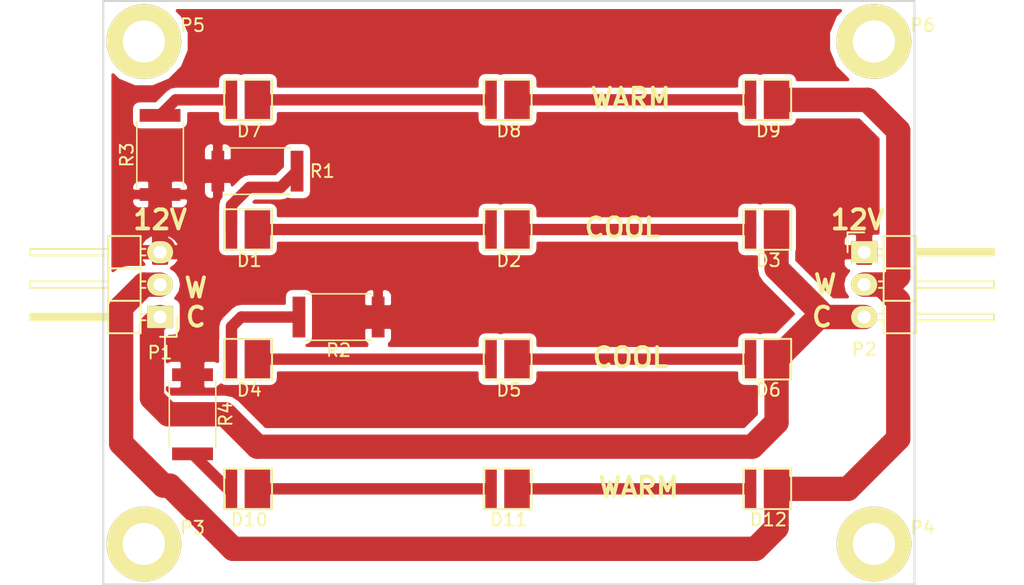
<source format=kicad_pcb>
(kicad_pcb (version 4) (host pcbnew 4.0.6+dfsg1-1)

  (general
    (links 23)
    (no_connects 0)
    (area 130.099999 76.759999 193.750001 122.630001)
    (thickness 1.6)
    (drawings 14)
    (tracks 54)
    (zones 0)
    (modules 22)
    (nets 16)
  )

  (page A4)
  (layers
    (0 F.Cu signal)
    (31 B.Cu signal)
    (32 B.Adhes user)
    (33 F.Adhes user)
    (34 B.Paste user)
    (35 F.Paste user)
    (36 B.SilkS user)
    (37 F.SilkS user)
    (38 B.Mask user)
    (39 F.Mask user)
    (40 Dwgs.User user)
    (41 Cmts.User user)
    (42 Eco1.User user)
    (43 Eco2.User user)
    (44 Edge.Cuts user)
    (45 Margin user)
    (46 B.CrtYd user)
    (47 F.CrtYd user)
    (48 B.Fab user)
    (49 F.Fab user)
  )

  (setup
    (last_trace_width 1.905)
    (user_trace_width 1.905)
    (trace_clearance 0.254)
    (zone_clearance 0.508)
    (zone_45_only no)
    (trace_min 0.2)
    (segment_width 0.2)
    (edge_width 0.15)
    (via_size 0.6)
    (via_drill 0.4)
    (via_min_size 0.4)
    (via_min_drill 0.3)
    (uvia_size 0.3)
    (uvia_drill 0.1)
    (uvias_allowed no)
    (uvia_min_size 0)
    (uvia_min_drill 0)
    (pcb_text_width 0.3)
    (pcb_text_size 1.5 1.5)
    (mod_edge_width 0.15)
    (mod_text_size 1 1)
    (mod_text_width 0.15)
    (pad_size 5.842 5.842)
    (pad_drill 3.3)
    (pad_to_mask_clearance 0.2)
    (aux_axis_origin 0 0)
    (visible_elements FFFFFF7F)
    (pcbplotparams
      (layerselection 0x010f0_80000001)
      (usegerberextensions false)
      (excludeedgelayer true)
      (linewidth 0.100000)
      (plotframeref false)
      (viasonmask false)
      (mode 1)
      (useauxorigin false)
      (hpglpennumber 1)
      (hpglpenspeed 20)
      (hpglpendiameter 15)
      (hpglpenoverlay 2)
      (psnegative false)
      (psa4output false)
      (plotreference true)
      (plotvalue true)
      (plotinvisibletext false)
      (padsonsilk false)
      (subtractmaskfromsilk false)
      (outputformat 1)
      (mirror false)
      (drillshape 0)
      (scaleselection 1)
      (outputdirectory fab/))
  )

  (net 0 "")
  (net 1 "Net-(D1-Pad2)")
  (net 2 "Net-(D1-Pad1)")
  (net 3 "Net-(D2-Pad1)")
  (net 4 "Net-(D3-Pad1)")
  (net 5 "Net-(D4-Pad2)")
  (net 6 "Net-(D4-Pad1)")
  (net 7 "Net-(D5-Pad1)")
  (net 8 "Net-(D7-Pad2)")
  (net 9 "Net-(D7-Pad1)")
  (net 10 "Net-(D8-Pad1)")
  (net 11 "Net-(D12-Pad1)")
  (net 12 "Net-(D10-Pad2)")
  (net 13 "Net-(D10-Pad1)")
  (net 14 "Net-(D11-Pad1)")
  (net 15 +12V)

  (net_class Default "This is the default net class."
    (clearance 0.254)
    (trace_width 0.254)
    (via_dia 0.6)
    (via_drill 0.4)
    (uvia_dia 0.3)
    (uvia_drill 0.1)
  )

  (net_class Fat ""
    (clearance 0.254)
    (trace_width 0.889)
    (via_dia 1.905)
    (via_drill 1.27)
    (uvia_dia 0.3)
    (uvia_drill 0.1)
    (add_net +12V)
    (add_net "Net-(D1-Pad1)")
    (add_net "Net-(D1-Pad2)")
    (add_net "Net-(D10-Pad1)")
    (add_net "Net-(D10-Pad2)")
    (add_net "Net-(D11-Pad1)")
    (add_net "Net-(D12-Pad1)")
    (add_net "Net-(D2-Pad1)")
    (add_net "Net-(D3-Pad1)")
    (add_net "Net-(D4-Pad1)")
    (add_net "Net-(D4-Pad2)")
    (add_net "Net-(D5-Pad1)")
    (add_net "Net-(D7-Pad1)")
    (add_net "Net-(D7-Pad2)")
    (add_net "Net-(D8-Pad1)")
  )

  (module Resistors_SMD:R_2512 (layer F.Cu) (tedit 58E0A804) (tstamp 59DAB46F)
    (at 134.62 88.9 90)
    (descr "Resistor SMD 2512, reflow soldering, Vishay (see dcrcw.pdf)")
    (tags "resistor 2512")
    (path /56B122DB)
    (attr smd)
    (fp_text reference R3 (at 0 -2.6 90) (layer F.SilkS)
      (effects (font (size 1 1) (thickness 0.15)))
    )
    (fp_text value 8.2R (at 0 2.75 90) (layer F.Fab)
      (effects (font (size 1 1) (thickness 0.15)))
    )
    (fp_text user %R (at 0 0 90) (layer F.Fab)
      (effects (font (size 1 1) (thickness 0.15)))
    )
    (fp_line (start -3.15 1.6) (end -3.15 -1.6) (layer F.Fab) (width 0.1))
    (fp_line (start 3.15 1.6) (end -3.15 1.6) (layer F.Fab) (width 0.1))
    (fp_line (start 3.15 -1.6) (end 3.15 1.6) (layer F.Fab) (width 0.1))
    (fp_line (start -3.15 -1.6) (end 3.15 -1.6) (layer F.Fab) (width 0.1))
    (fp_line (start 2.6 1.82) (end -2.6 1.82) (layer F.SilkS) (width 0.12))
    (fp_line (start -2.6 -1.82) (end 2.6 -1.82) (layer F.SilkS) (width 0.12))
    (fp_line (start -3.85 -1.85) (end 3.85 -1.85) (layer F.CrtYd) (width 0.05))
    (fp_line (start -3.85 -1.85) (end -3.85 1.85) (layer F.CrtYd) (width 0.05))
    (fp_line (start 3.85 1.85) (end 3.85 -1.85) (layer F.CrtYd) (width 0.05))
    (fp_line (start 3.85 1.85) (end -3.85 1.85) (layer F.CrtYd) (width 0.05))
    (pad 1 smd rect (at -3.1 0 90) (size 1 3.2) (layers F.Cu F.Paste F.Mask)
      (net 15 +12V))
    (pad 2 smd rect (at 3.1 0 90) (size 1 3.2) (layers F.Cu F.Paste F.Mask)
      (net 8 "Net-(D7-Pad2)"))
    (model ${KISYS3DMOD}/Resistors_SMD.3dshapes/R_2512.wrl
      (at (xyz 0 0 0))
      (scale (xyz 1 1 1))
      (rotate (xyz 0 0 0))
    )
  )

  (module Pin_Headers:Pin_Header_Angled_1x03 (layer F.Cu) (tedit 59DADF6C) (tstamp 56B11FFD)
    (at 134.62 101.6 180)
    (descr "Through hole pin header")
    (tags "pin header")
    (path /56B1263F)
    (fp_text reference P1 (at 0 -2.794 180) (layer F.SilkS)
      (effects (font (size 1 1) (thickness 0.15)))
    )
    (fp_text value CONN_01X03 (at 11.684 2.286 450) (layer F.Fab)
      (effects (font (size 1 1) (thickness 0.15)))
    )
    (fp_line (start -1.5 -1.75) (end -1.5 6.85) (layer F.CrtYd) (width 0.05))
    (fp_line (start 10.65 -1.75) (end 10.65 6.85) (layer F.CrtYd) (width 0.05))
    (fp_line (start -1.5 -1.75) (end 10.65 -1.75) (layer F.CrtYd) (width 0.05))
    (fp_line (start -1.5 6.85) (end 10.65 6.85) (layer F.CrtYd) (width 0.05))
    (fp_line (start -1.3 -1.55) (end -1.3 0) (layer F.SilkS) (width 0.15))
    (fp_line (start 0 -1.55) (end -1.3 -1.55) (layer F.SilkS) (width 0.15))
    (fp_line (start 4.191 -0.127) (end 10.033 -0.127) (layer F.SilkS) (width 0.15))
    (fp_line (start 10.033 -0.127) (end 10.033 0.127) (layer F.SilkS) (width 0.15))
    (fp_line (start 10.033 0.127) (end 4.191 0.127) (layer F.SilkS) (width 0.15))
    (fp_line (start 4.191 0.127) (end 4.191 0) (layer F.SilkS) (width 0.15))
    (fp_line (start 4.191 0) (end 10.033 0) (layer F.SilkS) (width 0.15))
    (fp_line (start 1.524 -0.254) (end 1.143 -0.254) (layer F.SilkS) (width 0.15))
    (fp_line (start 1.524 0.254) (end 1.143 0.254) (layer F.SilkS) (width 0.15))
    (fp_line (start 1.524 2.286) (end 1.143 2.286) (layer F.SilkS) (width 0.15))
    (fp_line (start 1.524 2.794) (end 1.143 2.794) (layer F.SilkS) (width 0.15))
    (fp_line (start 1.524 4.826) (end 1.143 4.826) (layer F.SilkS) (width 0.15))
    (fp_line (start 1.524 5.334) (end 1.143 5.334) (layer F.SilkS) (width 0.15))
    (fp_line (start 4.064 1.27) (end 4.064 -1.27) (layer F.SilkS) (width 0.15))
    (fp_line (start 10.16 0.254) (end 4.064 0.254) (layer F.SilkS) (width 0.15))
    (fp_line (start 10.16 -0.254) (end 10.16 0.254) (layer F.SilkS) (width 0.15))
    (fp_line (start 4.064 -0.254) (end 10.16 -0.254) (layer F.SilkS) (width 0.15))
    (fp_line (start 1.524 1.27) (end 4.064 1.27) (layer F.SilkS) (width 0.15))
    (fp_line (start 1.524 -1.27) (end 1.524 1.27) (layer F.SilkS) (width 0.15))
    (fp_line (start 1.524 -1.27) (end 4.064 -1.27) (layer F.SilkS) (width 0.15))
    (fp_line (start 1.524 3.81) (end 4.064 3.81) (layer F.SilkS) (width 0.15))
    (fp_line (start 1.524 3.81) (end 1.524 6.35) (layer F.SilkS) (width 0.15))
    (fp_line (start 4.064 4.826) (end 10.16 4.826) (layer F.SilkS) (width 0.15))
    (fp_line (start 10.16 4.826) (end 10.16 5.334) (layer F.SilkS) (width 0.15))
    (fp_line (start 10.16 5.334) (end 4.064 5.334) (layer F.SilkS) (width 0.15))
    (fp_line (start 4.064 6.35) (end 4.064 3.81) (layer F.SilkS) (width 0.15))
    (fp_line (start 4.064 3.81) (end 4.064 1.27) (layer F.SilkS) (width 0.15))
    (fp_line (start 10.16 2.794) (end 4.064 2.794) (layer F.SilkS) (width 0.15))
    (fp_line (start 10.16 2.286) (end 10.16 2.794) (layer F.SilkS) (width 0.15))
    (fp_line (start 4.064 2.286) (end 10.16 2.286) (layer F.SilkS) (width 0.15))
    (fp_line (start 1.524 3.81) (end 4.064 3.81) (layer F.SilkS) (width 0.15))
    (fp_line (start 1.524 1.27) (end 1.524 3.81) (layer F.SilkS) (width 0.15))
    (fp_line (start 1.524 1.27) (end 4.064 1.27) (layer F.SilkS) (width 0.15))
    (fp_line (start 1.524 6.35) (end 4.064 6.35) (layer F.SilkS) (width 0.15))
    (pad 1 thru_hole rect (at 0 0 180) (size 2.032 1.7272) (drill 1.016) (layers *.Cu *.Mask F.SilkS)
      (net 4 "Net-(D3-Pad1)"))
    (pad 2 thru_hole oval (at 0 2.54 180) (size 2.032 1.7272) (drill 1.016) (layers *.Cu *.Mask F.SilkS)
      (net 11 "Net-(D12-Pad1)"))
    (pad 3 thru_hole oval (at 0 5.08 180) (size 2.032 1.7272) (drill 1.016) (layers *.Cu *.Mask F.SilkS)
      (net 15 +12V))
    (model Pin_Headers.3dshapes/Pin_Header_Angled_1x03.wrl
      (at (xyz 0 -0.1 0))
      (scale (xyz 1 1 1))
      (rotate (xyz 0 0 90))
    )
  )

  (module Pin_Headers:Pin_Header_Angled_1x03 (layer F.Cu) (tedit 59DABCE8) (tstamp 56B12004)
    (at 189.738 96.52)
    (descr "Through hole pin header")
    (tags "pin header")
    (path /56B1230B)
    (fp_text reference P2 (at 0 7.62) (layer F.SilkS)
      (effects (font (size 1 1) (thickness 0.15)))
    )
    (fp_text value CONN_01X03 (at 11.684 2.794 90) (layer F.Fab)
      (effects (font (size 1 1) (thickness 0.15)))
    )
    (fp_line (start -1.5 -1.75) (end -1.5 6.85) (layer F.CrtYd) (width 0.05))
    (fp_line (start 10.65 -1.75) (end 10.65 6.85) (layer F.CrtYd) (width 0.05))
    (fp_line (start -1.5 -1.75) (end 10.65 -1.75) (layer F.CrtYd) (width 0.05))
    (fp_line (start -1.5 6.85) (end 10.65 6.85) (layer F.CrtYd) (width 0.05))
    (fp_line (start -1.3 -1.55) (end -1.3 0) (layer F.SilkS) (width 0.15))
    (fp_line (start 0 -1.55) (end -1.3 -1.55) (layer F.SilkS) (width 0.15))
    (fp_line (start 4.191 -0.127) (end 10.033 -0.127) (layer F.SilkS) (width 0.15))
    (fp_line (start 10.033 -0.127) (end 10.033 0.127) (layer F.SilkS) (width 0.15))
    (fp_line (start 10.033 0.127) (end 4.191 0.127) (layer F.SilkS) (width 0.15))
    (fp_line (start 4.191 0.127) (end 4.191 0) (layer F.SilkS) (width 0.15))
    (fp_line (start 4.191 0) (end 10.033 0) (layer F.SilkS) (width 0.15))
    (fp_line (start 1.524 -0.254) (end 1.143 -0.254) (layer F.SilkS) (width 0.15))
    (fp_line (start 1.524 0.254) (end 1.143 0.254) (layer F.SilkS) (width 0.15))
    (fp_line (start 1.524 2.286) (end 1.143 2.286) (layer F.SilkS) (width 0.15))
    (fp_line (start 1.524 2.794) (end 1.143 2.794) (layer F.SilkS) (width 0.15))
    (fp_line (start 1.524 4.826) (end 1.143 4.826) (layer F.SilkS) (width 0.15))
    (fp_line (start 1.524 5.334) (end 1.143 5.334) (layer F.SilkS) (width 0.15))
    (fp_line (start 4.064 1.27) (end 4.064 -1.27) (layer F.SilkS) (width 0.15))
    (fp_line (start 10.16 0.254) (end 4.064 0.254) (layer F.SilkS) (width 0.15))
    (fp_line (start 10.16 -0.254) (end 10.16 0.254) (layer F.SilkS) (width 0.15))
    (fp_line (start 4.064 -0.254) (end 10.16 -0.254) (layer F.SilkS) (width 0.15))
    (fp_line (start 1.524 1.27) (end 4.064 1.27) (layer F.SilkS) (width 0.15))
    (fp_line (start 1.524 -1.27) (end 1.524 1.27) (layer F.SilkS) (width 0.15))
    (fp_line (start 1.524 -1.27) (end 4.064 -1.27) (layer F.SilkS) (width 0.15))
    (fp_line (start 1.524 3.81) (end 4.064 3.81) (layer F.SilkS) (width 0.15))
    (fp_line (start 1.524 3.81) (end 1.524 6.35) (layer F.SilkS) (width 0.15))
    (fp_line (start 4.064 4.826) (end 10.16 4.826) (layer F.SilkS) (width 0.15))
    (fp_line (start 10.16 4.826) (end 10.16 5.334) (layer F.SilkS) (width 0.15))
    (fp_line (start 10.16 5.334) (end 4.064 5.334) (layer F.SilkS) (width 0.15))
    (fp_line (start 4.064 6.35) (end 4.064 3.81) (layer F.SilkS) (width 0.15))
    (fp_line (start 4.064 3.81) (end 4.064 1.27) (layer F.SilkS) (width 0.15))
    (fp_line (start 10.16 2.794) (end 4.064 2.794) (layer F.SilkS) (width 0.15))
    (fp_line (start 10.16 2.286) (end 10.16 2.794) (layer F.SilkS) (width 0.15))
    (fp_line (start 4.064 2.286) (end 10.16 2.286) (layer F.SilkS) (width 0.15))
    (fp_line (start 1.524 3.81) (end 4.064 3.81) (layer F.SilkS) (width 0.15))
    (fp_line (start 1.524 1.27) (end 1.524 3.81) (layer F.SilkS) (width 0.15))
    (fp_line (start 1.524 1.27) (end 4.064 1.27) (layer F.SilkS) (width 0.15))
    (fp_line (start 1.524 6.35) (end 4.064 6.35) (layer F.SilkS) (width 0.15))
    (pad 1 thru_hole rect (at 0 0) (size 2.032 1.7272) (drill 1.016) (layers *.Cu *.Mask F.SilkS)
      (net 15 +12V))
    (pad 2 thru_hole oval (at 0 2.54) (size 2.032 1.7272) (drill 1.016) (layers *.Cu *.Mask F.SilkS)
      (net 11 "Net-(D12-Pad1)"))
    (pad 3 thru_hole oval (at 0 5.08) (size 2.032 1.7272) (drill 1.016) (layers *.Cu *.Mask F.SilkS)
      (net 4 "Net-(D3-Pad1)"))
    (model Pin_Headers.3dshapes/Pin_Header_Angled_1x03.wrl
      (at (xyz 0 -0.1 0))
      (scale (xyz 1 1 1))
      (rotate (xyz 0 0 90))
    )
  )

  (module matthew:M3 (layer F.Cu) (tedit 59DD40EA) (tstamp 56B13130)
    (at 133.35 119.38)
    (path /56B13E36)
    (fp_text reference P3 (at 3.81 -1.27) (layer F.SilkS)
      (effects (font (size 1 1) (thickness 0.15)))
    )
    (fp_text value CONN_01X01 (at -2.54 -1.27) (layer F.Fab)
      (effects (font (size 1 1) (thickness 0.15)))
    )
    (pad "" thru_hole circle (at 0 0) (size 5.842 5.842) (drill 3.3) (layers *.Cu *.Mask F.SilkS))
  )

  (module matthew:M3 (layer F.Cu) (tedit 59DD40F5) (tstamp 56B13135)
    (at 190.5 119.38)
    (path /56B13E95)
    (fp_text reference P4 (at 3.81 -1.27) (layer F.SilkS)
      (effects (font (size 1 1) (thickness 0.15)))
    )
    (fp_text value CONN_01X01 (at -2.54 -1.27) (layer F.Fab)
      (effects (font (size 1 1) (thickness 0.15)))
    )
    (pad "" thru_hole circle (at 0 0) (size 5.842 5.842) (drill 3.3) (layers *.Cu *.Mask F.SilkS))
  )

  (module matthew:M3 (layer F.Cu) (tedit 59DD4101) (tstamp 56B1313A)
    (at 133.35 80.01)
    (path /56B13EE8)
    (fp_text reference P5 (at 3.81 -1.27) (layer F.SilkS)
      (effects (font (size 1 1) (thickness 0.15)))
    )
    (fp_text value CONN_01X01 (at -2.54 -1.27) (layer F.Fab)
      (effects (font (size 1 1) (thickness 0.15)))
    )
    (pad "" thru_hole circle (at 0 0) (size 5.842 5.842) (drill 3.3) (layers *.Cu *.Mask F.SilkS))
  )

  (module matthew:M3 (layer F.Cu) (tedit 59DD40FC) (tstamp 56B1313F)
    (at 190.5 80.01)
    (path /56B13F3E)
    (fp_text reference P6 (at 3.81 -1.27) (layer F.SilkS)
      (effects (font (size 1 1) (thickness 0.15)))
    )
    (fp_text value CONN_01X01 (at -2.54 -1.27) (layer F.Fab)
      (effects (font (size 1 1) (thickness 0.15)))
    )
    (pad "" thru_hole circle (at 0 0) (size 5.842 5.842) (drill 3.3) (layers *.Cu *.Mask F.SilkS))
  )

  (module matthew:LED3030 (layer F.Cu) (tedit 59DAB2C2) (tstamp 59DAB3D2)
    (at 143.51 96.52 180)
    (path /59DAB1B7)
    (fp_text reference D1 (at 1.905 -0.635 180) (layer F.SilkS)
      (effects (font (size 1 1) (thickness 0.15)))
    )
    (fp_text value LED (at 3.1115 4.191 180) (layer F.Fab)
      (effects (font (size 1 1) (thickness 0.15)))
    )
    (fp_line (start 0.1905 0.1905) (end 3.81 0.1905) (layer F.SilkS) (width 0.15))
    (fp_line (start 3.81 0.1905) (end 3.8735 0.1905) (layer F.SilkS) (width 0.15))
    (fp_line (start 3.8735 0.1905) (end 3.8735 3.3655) (layer F.SilkS) (width 0.15))
    (fp_line (start 3.8735 3.3655) (end 0.127 3.3655) (layer F.SilkS) (width 0.15))
    (fp_line (start 0.127 3.3655) (end 0.127 0.1905) (layer F.SilkS) (width 0.15))
    (pad 1 smd rect (at 1.27 1.778 180) (size 2 3) (layers F.Cu F.Paste F.Mask)
      (net 2 "Net-(D1-Pad1)"))
    (pad 2 smd rect (at 3.302 1.778 180) (size 0.9 3) (layers F.Cu F.Paste F.Mask)
      (net 1 "Net-(D1-Pad2)"))
  )

  (module matthew:LED3030 (layer F.Cu) (tedit 59DAB2C2) (tstamp 59DAB3DD)
    (at 163.83 96.52 180)
    (path /59DAB1BD)
    (fp_text reference D2 (at 1.905 -0.635 180) (layer F.SilkS)
      (effects (font (size 1 1) (thickness 0.15)))
    )
    (fp_text value LED (at 3.1115 4.191 180) (layer F.Fab)
      (effects (font (size 1 1) (thickness 0.15)))
    )
    (fp_line (start 0.1905 0.1905) (end 3.81 0.1905) (layer F.SilkS) (width 0.15))
    (fp_line (start 3.81 0.1905) (end 3.8735 0.1905) (layer F.SilkS) (width 0.15))
    (fp_line (start 3.8735 0.1905) (end 3.8735 3.3655) (layer F.SilkS) (width 0.15))
    (fp_line (start 3.8735 3.3655) (end 0.127 3.3655) (layer F.SilkS) (width 0.15))
    (fp_line (start 0.127 3.3655) (end 0.127 0.1905) (layer F.SilkS) (width 0.15))
    (pad 1 smd rect (at 1.27 1.778 180) (size 2 3) (layers F.Cu F.Paste F.Mask)
      (net 3 "Net-(D2-Pad1)"))
    (pad 2 smd rect (at 3.302 1.778 180) (size 0.9 3) (layers F.Cu F.Paste F.Mask)
      (net 2 "Net-(D1-Pad1)"))
  )

  (module matthew:LED3030 (layer F.Cu) (tedit 59DAB2C2) (tstamp 59DAB3E8)
    (at 184.15 96.52 180)
    (path /59DAB1C3)
    (fp_text reference D3 (at 1.905 -0.635 180) (layer F.SilkS)
      (effects (font (size 1 1) (thickness 0.15)))
    )
    (fp_text value LED (at 3.1115 4.191 180) (layer F.Fab)
      (effects (font (size 1 1) (thickness 0.15)))
    )
    (fp_line (start 0.1905 0.1905) (end 3.81 0.1905) (layer F.SilkS) (width 0.15))
    (fp_line (start 3.81 0.1905) (end 3.8735 0.1905) (layer F.SilkS) (width 0.15))
    (fp_line (start 3.8735 0.1905) (end 3.8735 3.3655) (layer F.SilkS) (width 0.15))
    (fp_line (start 3.8735 3.3655) (end 0.127 3.3655) (layer F.SilkS) (width 0.15))
    (fp_line (start 0.127 3.3655) (end 0.127 0.1905) (layer F.SilkS) (width 0.15))
    (pad 1 smd rect (at 1.27 1.778 180) (size 2 3) (layers F.Cu F.Paste F.Mask)
      (net 4 "Net-(D3-Pad1)"))
    (pad 2 smd rect (at 3.302 1.778 180) (size 0.9 3) (layers F.Cu F.Paste F.Mask)
      (net 3 "Net-(D2-Pad1)"))
  )

  (module matthew:LED3030 (layer F.Cu) (tedit 59DAB2C2) (tstamp 59DAB3F3)
    (at 143.51 106.68 180)
    (path /59DAB09F)
    (fp_text reference D4 (at 1.905 -0.635 180) (layer F.SilkS)
      (effects (font (size 1 1) (thickness 0.15)))
    )
    (fp_text value LED (at 3.1115 4.191 180) (layer F.Fab)
      (effects (font (size 1 1) (thickness 0.15)))
    )
    (fp_line (start 0.1905 0.1905) (end 3.81 0.1905) (layer F.SilkS) (width 0.15))
    (fp_line (start 3.81 0.1905) (end 3.8735 0.1905) (layer F.SilkS) (width 0.15))
    (fp_line (start 3.8735 0.1905) (end 3.8735 3.3655) (layer F.SilkS) (width 0.15))
    (fp_line (start 3.8735 3.3655) (end 0.127 3.3655) (layer F.SilkS) (width 0.15))
    (fp_line (start 0.127 3.3655) (end 0.127 0.1905) (layer F.SilkS) (width 0.15))
    (pad 1 smd rect (at 1.27 1.778 180) (size 2 3) (layers F.Cu F.Paste F.Mask)
      (net 6 "Net-(D4-Pad1)"))
    (pad 2 smd rect (at 3.302 1.778 180) (size 0.9 3) (layers F.Cu F.Paste F.Mask)
      (net 5 "Net-(D4-Pad2)"))
  )

  (module matthew:LED3030 (layer F.Cu) (tedit 59DAB2C2) (tstamp 59DAB3FE)
    (at 163.83 106.68 180)
    (path /59DAB0A5)
    (fp_text reference D5 (at 1.905 -0.635 180) (layer F.SilkS)
      (effects (font (size 1 1) (thickness 0.15)))
    )
    (fp_text value LED (at 3.1115 4.191 180) (layer F.Fab)
      (effects (font (size 1 1) (thickness 0.15)))
    )
    (fp_line (start 0.1905 0.1905) (end 3.81 0.1905) (layer F.SilkS) (width 0.15))
    (fp_line (start 3.81 0.1905) (end 3.8735 0.1905) (layer F.SilkS) (width 0.15))
    (fp_line (start 3.8735 0.1905) (end 3.8735 3.3655) (layer F.SilkS) (width 0.15))
    (fp_line (start 3.8735 3.3655) (end 0.127 3.3655) (layer F.SilkS) (width 0.15))
    (fp_line (start 0.127 3.3655) (end 0.127 0.1905) (layer F.SilkS) (width 0.15))
    (pad 1 smd rect (at 1.27 1.778 180) (size 2 3) (layers F.Cu F.Paste F.Mask)
      (net 7 "Net-(D5-Pad1)"))
    (pad 2 smd rect (at 3.302 1.778 180) (size 0.9 3) (layers F.Cu F.Paste F.Mask)
      (net 6 "Net-(D4-Pad1)"))
  )

  (module matthew:LED3030 (layer F.Cu) (tedit 59DAB2C2) (tstamp 59DAB409)
    (at 184.15 106.68 180)
    (path /59DAB0AB)
    (fp_text reference D6 (at 1.905 -0.635 180) (layer F.SilkS)
      (effects (font (size 1 1) (thickness 0.15)))
    )
    (fp_text value LED (at 3.1115 4.191 180) (layer F.Fab)
      (effects (font (size 1 1) (thickness 0.15)))
    )
    (fp_line (start 0.1905 0.1905) (end 3.81 0.1905) (layer F.SilkS) (width 0.15))
    (fp_line (start 3.81 0.1905) (end 3.8735 0.1905) (layer F.SilkS) (width 0.15))
    (fp_line (start 3.8735 0.1905) (end 3.8735 3.3655) (layer F.SilkS) (width 0.15))
    (fp_line (start 3.8735 3.3655) (end 0.127 3.3655) (layer F.SilkS) (width 0.15))
    (fp_line (start 0.127 3.3655) (end 0.127 0.1905) (layer F.SilkS) (width 0.15))
    (pad 1 smd rect (at 1.27 1.778 180) (size 2 3) (layers F.Cu F.Paste F.Mask)
      (net 4 "Net-(D3-Pad1)"))
    (pad 2 smd rect (at 3.302 1.778 180) (size 0.9 3) (layers F.Cu F.Paste F.Mask)
      (net 7 "Net-(D5-Pad1)"))
  )

  (module matthew:LED3030 (layer F.Cu) (tedit 59DAB2C2) (tstamp 59DAB414)
    (at 143.51 86.36 180)
    (path /59DAB01D)
    (fp_text reference D7 (at 1.905 -0.635 180) (layer F.SilkS)
      (effects (font (size 1 1) (thickness 0.15)))
    )
    (fp_text value LED (at 3.1115 4.191 180) (layer F.Fab)
      (effects (font (size 1 1) (thickness 0.15)))
    )
    (fp_line (start 0.1905 0.1905) (end 3.81 0.1905) (layer F.SilkS) (width 0.15))
    (fp_line (start 3.81 0.1905) (end 3.8735 0.1905) (layer F.SilkS) (width 0.15))
    (fp_line (start 3.8735 0.1905) (end 3.8735 3.3655) (layer F.SilkS) (width 0.15))
    (fp_line (start 3.8735 3.3655) (end 0.127 3.3655) (layer F.SilkS) (width 0.15))
    (fp_line (start 0.127 3.3655) (end 0.127 0.1905) (layer F.SilkS) (width 0.15))
    (pad 1 smd rect (at 1.27 1.778 180) (size 2 3) (layers F.Cu F.Paste F.Mask)
      (net 9 "Net-(D7-Pad1)"))
    (pad 2 smd rect (at 3.302 1.778 180) (size 0.9 3) (layers F.Cu F.Paste F.Mask)
      (net 8 "Net-(D7-Pad2)"))
  )

  (module matthew:LED3030 (layer F.Cu) (tedit 59DAB2C2) (tstamp 59DAB41F)
    (at 163.83 86.36 180)
    (path /59DAB023)
    (fp_text reference D8 (at 1.905 -0.635 180) (layer F.SilkS)
      (effects (font (size 1 1) (thickness 0.15)))
    )
    (fp_text value LED (at 3.1115 4.191 180) (layer F.Fab)
      (effects (font (size 1 1) (thickness 0.15)))
    )
    (fp_line (start 0.1905 0.1905) (end 3.81 0.1905) (layer F.SilkS) (width 0.15))
    (fp_line (start 3.81 0.1905) (end 3.8735 0.1905) (layer F.SilkS) (width 0.15))
    (fp_line (start 3.8735 0.1905) (end 3.8735 3.3655) (layer F.SilkS) (width 0.15))
    (fp_line (start 3.8735 3.3655) (end 0.127 3.3655) (layer F.SilkS) (width 0.15))
    (fp_line (start 0.127 3.3655) (end 0.127 0.1905) (layer F.SilkS) (width 0.15))
    (pad 1 smd rect (at 1.27 1.778 180) (size 2 3) (layers F.Cu F.Paste F.Mask)
      (net 10 "Net-(D8-Pad1)"))
    (pad 2 smd rect (at 3.302 1.778 180) (size 0.9 3) (layers F.Cu F.Paste F.Mask)
      (net 9 "Net-(D7-Pad1)"))
  )

  (module matthew:LED3030 (layer F.Cu) (tedit 59DAB2C2) (tstamp 59DAB42A)
    (at 184.15 86.36 180)
    (path /59DAB029)
    (fp_text reference D9 (at 1.905 -0.635 180) (layer F.SilkS)
      (effects (font (size 1 1) (thickness 0.15)))
    )
    (fp_text value LED (at 3.1115 4.191 180) (layer F.Fab)
      (effects (font (size 1 1) (thickness 0.15)))
    )
    (fp_line (start 0.1905 0.1905) (end 3.81 0.1905) (layer F.SilkS) (width 0.15))
    (fp_line (start 3.81 0.1905) (end 3.8735 0.1905) (layer F.SilkS) (width 0.15))
    (fp_line (start 3.8735 0.1905) (end 3.8735 3.3655) (layer F.SilkS) (width 0.15))
    (fp_line (start 3.8735 3.3655) (end 0.127 3.3655) (layer F.SilkS) (width 0.15))
    (fp_line (start 0.127 3.3655) (end 0.127 0.1905) (layer F.SilkS) (width 0.15))
    (pad 1 smd rect (at 1.27 1.778 180) (size 2 3) (layers F.Cu F.Paste F.Mask)
      (net 11 "Net-(D12-Pad1)"))
    (pad 2 smd rect (at 3.302 1.778 180) (size 0.9 3) (layers F.Cu F.Paste F.Mask)
      (net 10 "Net-(D8-Pad1)"))
  )

  (module matthew:LED3030 (layer F.Cu) (tedit 59DAB2C2) (tstamp 59DAB435)
    (at 143.51 116.84 180)
    (path /59DAABDE)
    (fp_text reference D10 (at 1.905 -0.635 180) (layer F.SilkS)
      (effects (font (size 1 1) (thickness 0.15)))
    )
    (fp_text value LED (at 3.1115 4.191 180) (layer F.Fab)
      (effects (font (size 1 1) (thickness 0.15)))
    )
    (fp_line (start 0.1905 0.1905) (end 3.81 0.1905) (layer F.SilkS) (width 0.15))
    (fp_line (start 3.81 0.1905) (end 3.8735 0.1905) (layer F.SilkS) (width 0.15))
    (fp_line (start 3.8735 0.1905) (end 3.8735 3.3655) (layer F.SilkS) (width 0.15))
    (fp_line (start 3.8735 3.3655) (end 0.127 3.3655) (layer F.SilkS) (width 0.15))
    (fp_line (start 0.127 3.3655) (end 0.127 0.1905) (layer F.SilkS) (width 0.15))
    (pad 1 smd rect (at 1.27 1.778 180) (size 2 3) (layers F.Cu F.Paste F.Mask)
      (net 13 "Net-(D10-Pad1)"))
    (pad 2 smd rect (at 3.302 1.778 180) (size 0.9 3) (layers F.Cu F.Paste F.Mask)
      (net 12 "Net-(D10-Pad2)"))
  )

  (module matthew:LED3030 (layer F.Cu) (tedit 59DAB2C2) (tstamp 59DAB440)
    (at 163.83 116.84 180)
    (path /59DAAE4F)
    (fp_text reference D11 (at 1.905 -0.635 180) (layer F.SilkS)
      (effects (font (size 1 1) (thickness 0.15)))
    )
    (fp_text value LED (at 3.1115 4.191 180) (layer F.Fab)
      (effects (font (size 1 1) (thickness 0.15)))
    )
    (fp_line (start 0.1905 0.1905) (end 3.81 0.1905) (layer F.SilkS) (width 0.15))
    (fp_line (start 3.81 0.1905) (end 3.8735 0.1905) (layer F.SilkS) (width 0.15))
    (fp_line (start 3.8735 0.1905) (end 3.8735 3.3655) (layer F.SilkS) (width 0.15))
    (fp_line (start 3.8735 3.3655) (end 0.127 3.3655) (layer F.SilkS) (width 0.15))
    (fp_line (start 0.127 3.3655) (end 0.127 0.1905) (layer F.SilkS) (width 0.15))
    (pad 1 smd rect (at 1.27 1.778 180) (size 2 3) (layers F.Cu F.Paste F.Mask)
      (net 14 "Net-(D11-Pad1)"))
    (pad 2 smd rect (at 3.302 1.778 180) (size 0.9 3) (layers F.Cu F.Paste F.Mask)
      (net 13 "Net-(D10-Pad1)"))
  )

  (module matthew:LED3030 (layer F.Cu) (tedit 59DAB2C2) (tstamp 59DAB44B)
    (at 184.15 116.84 180)
    (path /59DAAE95)
    (fp_text reference D12 (at 1.905 -0.635 180) (layer F.SilkS)
      (effects (font (size 1 1) (thickness 0.15)))
    )
    (fp_text value LED (at 3.1115 4.191 180) (layer F.Fab)
      (effects (font (size 1 1) (thickness 0.15)))
    )
    (fp_line (start 0.1905 0.1905) (end 3.81 0.1905) (layer F.SilkS) (width 0.15))
    (fp_line (start 3.81 0.1905) (end 3.8735 0.1905) (layer F.SilkS) (width 0.15))
    (fp_line (start 3.8735 0.1905) (end 3.8735 3.3655) (layer F.SilkS) (width 0.15))
    (fp_line (start 3.8735 3.3655) (end 0.127 3.3655) (layer F.SilkS) (width 0.15))
    (fp_line (start 0.127 3.3655) (end 0.127 0.1905) (layer F.SilkS) (width 0.15))
    (pad 1 smd rect (at 1.27 1.778 180) (size 2 3) (layers F.Cu F.Paste F.Mask)
      (net 11 "Net-(D12-Pad1)"))
    (pad 2 smd rect (at 3.302 1.778 180) (size 0.9 3) (layers F.Cu F.Paste F.Mask)
      (net 14 "Net-(D11-Pad1)"))
  )

  (module Resistors_SMD:R_2512 (layer F.Cu) (tedit 59DD3F26) (tstamp 59DAB465)
    (at 142.24 90.17)
    (descr "Resistor SMD 2512, reflow soldering, Vishay (see dcrcw.pdf)")
    (tags "resistor 2512")
    (path /56B120D6)
    (attr smd)
    (fp_text reference R1 (at 5.08 0) (layer F.SilkS)
      (effects (font (size 1 1) (thickness 0.15)))
    )
    (fp_text value 8.2R (at 0 2.75) (layer F.Fab)
      (effects (font (size 1 1) (thickness 0.15)))
    )
    (fp_text user %R (at 0 0) (layer F.Fab)
      (effects (font (size 1 1) (thickness 0.15)))
    )
    (fp_line (start -3.15 1.6) (end -3.15 -1.6) (layer F.Fab) (width 0.1))
    (fp_line (start 3.15 1.6) (end -3.15 1.6) (layer F.Fab) (width 0.1))
    (fp_line (start 3.15 -1.6) (end 3.15 1.6) (layer F.Fab) (width 0.1))
    (fp_line (start -3.15 -1.6) (end 3.15 -1.6) (layer F.Fab) (width 0.1))
    (fp_line (start 2.6 1.82) (end -2.6 1.82) (layer F.SilkS) (width 0.12))
    (fp_line (start -2.6 -1.82) (end 2.6 -1.82) (layer F.SilkS) (width 0.12))
    (fp_line (start -3.85 -1.85) (end 3.85 -1.85) (layer F.CrtYd) (width 0.05))
    (fp_line (start -3.85 -1.85) (end -3.85 1.85) (layer F.CrtYd) (width 0.05))
    (fp_line (start 3.85 1.85) (end 3.85 -1.85) (layer F.CrtYd) (width 0.05))
    (fp_line (start 3.85 1.85) (end -3.85 1.85) (layer F.CrtYd) (width 0.05))
    (pad 1 smd rect (at -3.1 0) (size 1 3.2) (layers F.Cu F.Paste F.Mask)
      (net 15 +12V))
    (pad 2 smd rect (at 3.1 0) (size 1 3.2) (layers F.Cu F.Paste F.Mask)
      (net 1 "Net-(D1-Pad2)"))
    (model ${KISYS3DMOD}/Resistors_SMD.3dshapes/R_2512.wrl
      (at (xyz 0 0 0))
      (scale (xyz 1 1 1))
      (rotate (xyz 0 0 0))
    )
  )

  (module Resistors_SMD:R_2512 (layer F.Cu) (tedit 58E0A804) (tstamp 59DAB46A)
    (at 148.59 101.6 180)
    (descr "Resistor SMD 2512, reflow soldering, Vishay (see dcrcw.pdf)")
    (tags "resistor 2512")
    (path /56B1171C)
    (attr smd)
    (fp_text reference R2 (at 0 -2.6 180) (layer F.SilkS)
      (effects (font (size 1 1) (thickness 0.15)))
    )
    (fp_text value 8.2R (at 0 2.75 180) (layer F.Fab)
      (effects (font (size 1 1) (thickness 0.15)))
    )
    (fp_text user %R (at 0 0 180) (layer F.Fab)
      (effects (font (size 1 1) (thickness 0.15)))
    )
    (fp_line (start -3.15 1.6) (end -3.15 -1.6) (layer F.Fab) (width 0.1))
    (fp_line (start 3.15 1.6) (end -3.15 1.6) (layer F.Fab) (width 0.1))
    (fp_line (start 3.15 -1.6) (end 3.15 1.6) (layer F.Fab) (width 0.1))
    (fp_line (start -3.15 -1.6) (end 3.15 -1.6) (layer F.Fab) (width 0.1))
    (fp_line (start 2.6 1.82) (end -2.6 1.82) (layer F.SilkS) (width 0.12))
    (fp_line (start -2.6 -1.82) (end 2.6 -1.82) (layer F.SilkS) (width 0.12))
    (fp_line (start -3.85 -1.85) (end 3.85 -1.85) (layer F.CrtYd) (width 0.05))
    (fp_line (start -3.85 -1.85) (end -3.85 1.85) (layer F.CrtYd) (width 0.05))
    (fp_line (start 3.85 1.85) (end 3.85 -1.85) (layer F.CrtYd) (width 0.05))
    (fp_line (start 3.85 1.85) (end -3.85 1.85) (layer F.CrtYd) (width 0.05))
    (pad 1 smd rect (at -3.1 0 180) (size 1 3.2) (layers F.Cu F.Paste F.Mask)
      (net 15 +12V))
    (pad 2 smd rect (at 3.1 0 180) (size 1 3.2) (layers F.Cu F.Paste F.Mask)
      (net 5 "Net-(D4-Pad2)"))
    (model ${KISYS3DMOD}/Resistors_SMD.3dshapes/R_2512.wrl
      (at (xyz 0 0 0))
      (scale (xyz 1 1 1))
      (rotate (xyz 0 0 0))
    )
  )

  (module Resistors_SMD:R_2512 (layer F.Cu) (tedit 58E0A804) (tstamp 59DAB474)
    (at 137.16 109.22 270)
    (descr "Resistor SMD 2512, reflow soldering, Vishay (see dcrcw.pdf)")
    (tags "resistor 2512")
    (path /56B122C4)
    (attr smd)
    (fp_text reference R4 (at 0 -2.6 270) (layer F.SilkS)
      (effects (font (size 1 1) (thickness 0.15)))
    )
    (fp_text value 8.2R (at 0 2.75 270) (layer F.Fab)
      (effects (font (size 1 1) (thickness 0.15)))
    )
    (fp_text user %R (at 0 0 270) (layer F.Fab)
      (effects (font (size 1 1) (thickness 0.15)))
    )
    (fp_line (start -3.15 1.6) (end -3.15 -1.6) (layer F.Fab) (width 0.1))
    (fp_line (start 3.15 1.6) (end -3.15 1.6) (layer F.Fab) (width 0.1))
    (fp_line (start 3.15 -1.6) (end 3.15 1.6) (layer F.Fab) (width 0.1))
    (fp_line (start -3.15 -1.6) (end 3.15 -1.6) (layer F.Fab) (width 0.1))
    (fp_line (start 2.6 1.82) (end -2.6 1.82) (layer F.SilkS) (width 0.12))
    (fp_line (start -2.6 -1.82) (end 2.6 -1.82) (layer F.SilkS) (width 0.12))
    (fp_line (start -3.85 -1.85) (end 3.85 -1.85) (layer F.CrtYd) (width 0.05))
    (fp_line (start -3.85 -1.85) (end -3.85 1.85) (layer F.CrtYd) (width 0.05))
    (fp_line (start 3.85 1.85) (end 3.85 -1.85) (layer F.CrtYd) (width 0.05))
    (fp_line (start 3.85 1.85) (end -3.85 1.85) (layer F.CrtYd) (width 0.05))
    (pad 1 smd rect (at -3.1 0 270) (size 1 3.2) (layers F.Cu F.Paste F.Mask)
      (net 15 +12V))
    (pad 2 smd rect (at 3.1 0 270) (size 1 3.2) (layers F.Cu F.Paste F.Mask)
      (net 12 "Net-(D10-Pad2)"))
    (model ${KISYS3DMOD}/Resistors_SMD.3dshapes/R_2512.wrl
      (at (xyz 0 0 0))
      (scale (xyz 1 1 1))
      (rotate (xyz 0 0 0))
    )
  )

  (gr_text WARM (at 171.45 84.455) (layer F.SilkS)
    (effects (font (size 1.5 1.5) (thickness 0.3)))
  )
  (gr_line (start 193.675 122.555) (end 193.675 76.835) (angle 90) (layer Edge.Cuts) (width 0.15))
  (gr_line (start 130.175 122.555) (end 193.675 122.555) (angle 90) (layer Edge.Cuts) (width 0.15))
  (gr_line (start 130.175 76.835) (end 130.175 122.555) (angle 90) (layer Edge.Cuts) (width 0.15))
  (gr_line (start 193.675 76.835) (end 130.175 76.835) (angle 90) (layer Edge.Cuts) (width 0.15))
  (gr_text COOL (at 170.815 94.615) (layer F.SilkS)
    (effects (font (size 1.5 1.5) (thickness 0.3)))
  )
  (gr_text COOL (at 171.45 104.775) (layer F.SilkS)
    (effects (font (size 1.5 1.5) (thickness 0.3)))
  )
  (gr_text WARM (at 172.085 114.935) (layer F.SilkS)
    (effects (font (size 1.5 1.5) (thickness 0.3)))
  )
  (gr_text C (at 186.436 101.6) (layer F.SilkS)
    (effects (font (size 1.5 1.5) (thickness 0.3)))
  )
  (gr_text W (at 186.69 99.06) (layer F.SilkS)
    (effects (font (size 1.5 1.5) (thickness 0.3)))
  )
  (gr_text 12V (at 189.23 93.98) (layer F.SilkS)
    (effects (font (size 1.5 1.5) (thickness 0.3)))
  )
  (gr_text C (at 137.414 101.6) (layer F.SilkS)
    (effects (font (size 1.5 1.5) (thickness 0.3)))
  )
  (gr_text W (at 137.414 99.314) (layer F.SilkS)
    (effects (font (size 1.5 1.5) (thickness 0.3)))
  )
  (gr_text 12V (at 134.62 93.98) (layer F.SilkS)
    (effects (font (size 1.5 1.5) (thickness 0.3)))
  )

  (segment (start 140.208 94.742) (end 140.208 92.837) (width 0.889) (layer F.Cu) (net 1))
  (segment (start 144.07 91.44) (end 145.34 90.17) (width 0.889) (layer F.Cu) (net 1) (tstamp 59DD3F17))
  (segment (start 141.605 91.44) (end 144.07 91.44) (width 0.889) (layer F.Cu) (net 1) (tstamp 59DD3F16))
  (segment (start 140.208 92.837) (end 141.605 91.44) (width 0.889) (layer F.Cu) (net 1) (tstamp 59DD3F14))
  (segment (start 160.528 94.742) (end 142.24 94.742) (width 0.889) (layer F.Cu) (net 2))
  (segment (start 180.848 94.742) (end 162.56 94.742) (width 0.889) (layer F.Cu) (net 3))
  (segment (start 139.7 109.22) (end 135.255 109.22) (width 1.905) (layer F.Cu) (net 4))
  (segment (start 182.88 109.855) (end 180.975 111.76) (width 1.905) (layer F.Cu) (net 4) (tstamp 59DD3ED4))
  (segment (start 180.975 111.76) (end 142.24 111.76) (width 1.905) (layer F.Cu) (net 4) (tstamp 59DD3ED7))
  (segment (start 142.24 111.76) (end 139.7 109.22) (width 1.905) (layer F.Cu) (net 4) (tstamp 59DD3EDB))
  (segment (start 182.88 104.902) (end 182.88 109.855) (width 1.905) (layer F.Cu) (net 4))
  (segment (start 133.985 107.95) (end 133.985 102.235) (width 1.905) (layer F.Cu) (net 4) (tstamp 59DD6422))
  (segment (start 135.255 109.22) (end 133.985 107.95) (width 1.905) (layer F.Cu) (net 4) (tstamp 59DD641E))
  (segment (start 133.985 102.235) (end 134.62 101.6) (width 1.905) (layer F.Cu) (net 4) (tstamp 59DD6424))
  (segment (start 189.738 101.6) (end 186.69 101.6) (width 1.905) (layer F.Cu) (net 4))
  (segment (start 182.88 97.79) (end 182.88 94.742) (width 1.905) (layer F.Cu) (net 4) (tstamp 59DD3EAC))
  (segment (start 186.69 101.6) (end 182.88 97.79) (width 1.905) (layer F.Cu) (net 4) (tstamp 59DD3EAA))
  (segment (start 189.738 101.6) (end 186.182 101.6) (width 1.905) (layer F.Cu) (net 4))
  (segment (start 186.182 101.6) (end 182.88 104.902) (width 1.905) (layer F.Cu) (net 4) (tstamp 59DD3EA5))
  (segment (start 140.208 104.902) (end 140.208 102.362) (width 0.889) (layer F.Cu) (net 5))
  (segment (start 140.97 101.6) (end 145.49 101.6) (width 0.889) (layer F.Cu) (net 5) (tstamp 59DD3F4A))
  (segment (start 140.208 102.362) (end 140.97 101.6) (width 0.889) (layer F.Cu) (net 5) (tstamp 59DD3F49))
  (segment (start 160.528 104.902) (end 142.24 104.902) (width 0.889) (layer F.Cu) (net 6))
  (segment (start 180.848 104.902) (end 162.56 104.902) (width 0.889) (layer F.Cu) (net 7))
  (segment (start 140.208 84.582) (end 135.838 84.582) (width 0.889) (layer F.Cu) (net 8))
  (segment (start 135.838 84.582) (end 134.62 85.8) (width 0.889) (layer F.Cu) (net 8) (tstamp 59DD3F09))
  (segment (start 142.24 84.582) (end 160.528 84.582) (width 0.889) (layer F.Cu) (net 9))
  (segment (start 162.56 84.582) (end 180.848 84.582) (width 0.889) (layer F.Cu) (net 10))
  (segment (start 182.88 115.062) (end 182.88 118.11) (width 1.905) (layer F.Cu) (net 11) (status 400000))
  (segment (start 140.335 119.761) (end 181.229 119.761) (width 1.905) (layer F.Cu) (net 11))
  (segment (start 133.35 99.06) (end 131.572 100.838) (width 1.905) (layer F.Cu) (net 11) (tstamp 59DD642F))
  (segment (start 131.572 100.838) (end 131.572 111.506) (width 1.905) (layer F.Cu) (net 11) (tstamp 59DD6433))
  (segment (start 131.572 111.506) (end 134.874 114.808) (width 1.905) (layer F.Cu) (net 11) (tstamp 59DD6439))
  (segment (start 134.874 114.808) (end 135.382 114.808) (width 1.905) (layer F.Cu) (net 11) (tstamp 59DD643E))
  (segment (start 135.382 114.808) (end 140.335 119.761) (width 1.905) (layer F.Cu) (net 11) (tstamp 59DD643F))
  (segment (start 133.35 99.06) (end 134.62 99.06) (width 1.905) (layer F.Cu) (net 11))
  (segment (start 182.88 118.11) (end 181.229 119.761) (width 1.905) (layer F.Cu) (net 11) (tstamp 59DD6466))
  (segment (start 189.738 99.06) (end 191.77 99.06) (width 1.905) (layer F.Cu) (net 11))
  (segment (start 189.992 84.582) (end 182.88 84.582) (width 1.905) (layer F.Cu) (net 11) (tstamp 59DD3EFD))
  (segment (start 192.405 86.995) (end 189.992 84.582) (width 1.905) (layer F.Cu) (net 11) (tstamp 59DD3EFC))
  (segment (start 192.405 98.425) (end 192.405 86.995) (width 1.905) (layer F.Cu) (net 11) (tstamp 59DD3EFA))
  (segment (start 191.77 99.06) (end 192.405 98.425) (width 1.905) (layer F.Cu) (net 11) (tstamp 59DD3EF9))
  (segment (start 189.738 99.06) (end 191.135 99.06) (width 1.905) (layer F.Cu) (net 11))
  (segment (start 188.468 115.062) (end 182.88 115.062) (width 1.905) (layer F.Cu) (net 11) (tstamp 59DD3EB7))
  (segment (start 192.405 111.125) (end 188.468 115.062) (width 1.905) (layer F.Cu) (net 11) (tstamp 59DD3EB3))
  (segment (start 192.405 100.33) (end 192.405 111.125) (width 1.905) (layer F.Cu) (net 11) (tstamp 59DD3EB1))
  (segment (start 191.135 99.06) (end 192.405 100.33) (width 1.905) (layer F.Cu) (net 11) (tstamp 59DD3EB0))
  (segment (start 140.208 115.062) (end 139.902 115.062) (width 0.889) (layer F.Cu) (net 12))
  (segment (start 139.902 115.062) (end 137.16 112.32) (width 0.889) (layer F.Cu) (net 12) (tstamp 59DD3F4F))
  (segment (start 142.24 115.062) (end 160.528 115.062) (width 0.889) (layer F.Cu) (net 13))
  (segment (start 162.56 115.062) (end 180.848 115.062) (width 0.889) (layer F.Cu) (net 14))
  (segment (start 134.672 96.468) (end 134.62 96.52) (width 1.905) (layer F.Cu) (net 15) (tstamp 59DAE0FC))
  (segment (start 134.874 96.266) (end 134.62 96.52) (width 1.905) (layer F.Cu) (net 15) (tstamp 59DADCFA))
  (segment (start 187.96 96.52) (end 188.976 96.52) (width 1.016) (layer F.Cu) (net 15))

  (zone (net 15) (net_name +12V) (layer F.Cu) (tstamp 56B125C9) (hatch edge 0.508)
    (connect_pads (clearance 0.508))
    (min_thickness 0.254)
    (fill yes (arc_segments 16) (thermal_gap 0.508) (thermal_bridge_width 2.032))
    (polygon
      (pts
        (xy 193.04 121.92) (xy 130.81 121.92) (xy 130.81 77.47) (xy 193.04 77.47)
      )
    )
    (filled_polygon
      (pts
        (xy 187.487128 77.993058) (xy 186.944619 79.299565) (xy 186.943384 80.714229) (xy 187.483612 82.021681) (xy 188.454735 82.9945)
        (xy 184.510976 82.9945) (xy 184.483162 82.846683) (xy 184.34409 82.630559) (xy 184.13189 82.485569) (xy 183.88 82.43456)
        (xy 181.88 82.43456) (xy 181.644683 82.478838) (xy 181.590792 82.513516) (xy 181.54989 82.485569) (xy 181.298 82.43456)
        (xy 180.398 82.43456) (xy 180.162683 82.478838) (xy 179.946559 82.61791) (xy 179.801569 82.83011) (xy 179.75056 83.082)
        (xy 179.75056 83.5025) (xy 164.20744 83.5025) (xy 164.20744 83.082) (xy 164.163162 82.846683) (xy 164.02409 82.630559)
        (xy 163.81189 82.485569) (xy 163.56 82.43456) (xy 161.56 82.43456) (xy 161.324683 82.478838) (xy 161.270792 82.513516)
        (xy 161.22989 82.485569) (xy 160.978 82.43456) (xy 160.078 82.43456) (xy 159.842683 82.478838) (xy 159.626559 82.61791)
        (xy 159.481569 82.83011) (xy 159.43056 83.082) (xy 159.43056 83.5025) (xy 143.88744 83.5025) (xy 143.88744 83.082)
        (xy 143.843162 82.846683) (xy 143.70409 82.630559) (xy 143.49189 82.485569) (xy 143.24 82.43456) (xy 141.24 82.43456)
        (xy 141.004683 82.478838) (xy 140.950792 82.513516) (xy 140.90989 82.485569) (xy 140.658 82.43456) (xy 139.758 82.43456)
        (xy 139.522683 82.478838) (xy 139.306559 82.61791) (xy 139.161569 82.83011) (xy 139.11056 83.082) (xy 139.11056 83.5025)
        (xy 135.838 83.5025) (xy 135.424893 83.584672) (xy 135.074678 83.818678) (xy 134.240796 84.65256) (xy 133.02 84.65256)
        (xy 132.784683 84.696838) (xy 132.568559 84.83591) (xy 132.423569 85.04811) (xy 132.37256 85.3) (xy 132.37256 86.3)
        (xy 132.416838 86.535317) (xy 132.55591 86.751441) (xy 132.76811 86.896431) (xy 133.02 86.94744) (xy 136.22 86.94744)
        (xy 136.455317 86.903162) (xy 136.671441 86.76409) (xy 136.816431 86.55189) (xy 136.86744 86.3) (xy 136.86744 85.6615)
        (xy 139.11056 85.6615) (xy 139.11056 86.082) (xy 139.154838 86.317317) (xy 139.29391 86.533441) (xy 139.50611 86.678431)
        (xy 139.758 86.72944) (xy 140.658 86.72944) (xy 140.893317 86.685162) (xy 140.947208 86.650484) (xy 140.98811 86.678431)
        (xy 141.24 86.72944) (xy 143.24 86.72944) (xy 143.475317 86.685162) (xy 143.691441 86.54609) (xy 143.836431 86.33389)
        (xy 143.88744 86.082) (xy 143.88744 85.6615) (xy 159.43056 85.6615) (xy 159.43056 86.082) (xy 159.474838 86.317317)
        (xy 159.61391 86.533441) (xy 159.82611 86.678431) (xy 160.078 86.72944) (xy 160.978 86.72944) (xy 161.213317 86.685162)
        (xy 161.267208 86.650484) (xy 161.30811 86.678431) (xy 161.56 86.72944) (xy 163.56 86.72944) (xy 163.795317 86.685162)
        (xy 164.011441 86.54609) (xy 164.156431 86.33389) (xy 164.20744 86.082) (xy 164.20744 85.6615) (xy 179.75056 85.6615)
        (xy 179.75056 86.082) (xy 179.794838 86.317317) (xy 179.93391 86.533441) (xy 180.14611 86.678431) (xy 180.398 86.72944)
        (xy 181.298 86.72944) (xy 181.533317 86.685162) (xy 181.587208 86.650484) (xy 181.62811 86.678431) (xy 181.88 86.72944)
        (xy 183.88 86.72944) (xy 184.115317 86.685162) (xy 184.331441 86.54609) (xy 184.476431 86.33389) (xy 184.509721 86.1695)
        (xy 189.334436 86.1695) (xy 190.8175 87.652564) (xy 190.8175 95.0214) (xy 190.40475 95.0214) (xy 190.246 95.18015)
        (xy 190.246 96.0882) (xy 190.647 96.0882) (xy 190.647 96.9518) (xy 190.246 96.9518) (xy 190.246 97.3836)
        (xy 189.23 97.3836) (xy 189.23 96.9518) (xy 188.24575 96.9518) (xy 188.087 97.11055) (xy 188.087 97.50991)
        (xy 188.183673 97.743299) (xy 188.362302 97.921927) (xy 188.51578 97.9855) (xy 188.493585 98.00033) (xy 188.168729 98.486511)
        (xy 188.054655 99.06) (xy 188.168729 99.633489) (xy 188.421976 100.0125) (xy 187.347564 100.0125) (xy 184.4675 97.132436)
        (xy 184.4675 96.506961) (xy 184.476431 96.49389) (xy 184.52744 96.242) (xy 184.52744 95.53009) (xy 188.087 95.53009)
        (xy 188.087 95.92945) (xy 188.24575 96.0882) (xy 189.23 96.0882) (xy 189.23 95.18015) (xy 189.07125 95.0214)
        (xy 188.595691 95.0214) (xy 188.362302 95.118073) (xy 188.183673 95.296701) (xy 188.087 95.53009) (xy 184.52744 95.53009)
        (xy 184.52744 93.242) (xy 184.483162 93.006683) (xy 184.34409 92.790559) (xy 184.13189 92.645569) (xy 183.88 92.59456)
        (xy 181.88 92.59456) (xy 181.644683 92.638838) (xy 181.590792 92.673516) (xy 181.54989 92.645569) (xy 181.298 92.59456)
        (xy 180.398 92.59456) (xy 180.162683 92.638838) (xy 179.946559 92.77791) (xy 179.801569 92.99011) (xy 179.75056 93.242)
        (xy 179.75056 93.6625) (xy 164.20744 93.6625) (xy 164.20744 93.242) (xy 164.163162 93.006683) (xy 164.02409 92.790559)
        (xy 163.81189 92.645569) (xy 163.56 92.59456) (xy 161.56 92.59456) (xy 161.324683 92.638838) (xy 161.270792 92.673516)
        (xy 161.22989 92.645569) (xy 160.978 92.59456) (xy 160.078 92.59456) (xy 159.842683 92.638838) (xy 159.626559 92.77791)
        (xy 159.481569 92.99011) (xy 159.43056 93.242) (xy 159.43056 93.6625) (xy 143.88744 93.6625) (xy 143.88744 93.242)
        (xy 143.843162 93.006683) (xy 143.70409 92.790559) (xy 143.49189 92.645569) (xy 143.24 92.59456) (xy 141.977084 92.59456)
        (xy 142.052144 92.5195) (xy 144.07 92.5195) (xy 144.483107 92.437328) (xy 144.588956 92.366602) (xy 144.84 92.41744)
        (xy 145.84 92.41744) (xy 146.075317 92.373162) (xy 146.291441 92.23409) (xy 146.436431 92.02189) (xy 146.48744 91.77)
        (xy 146.48744 88.57) (xy 146.443162 88.334683) (xy 146.30409 88.118559) (xy 146.09189 87.973569) (xy 145.84 87.92256)
        (xy 144.84 87.92256) (xy 144.604683 87.966838) (xy 144.388559 88.10591) (xy 144.243569 88.31811) (xy 144.19256 88.57)
        (xy 144.19256 89.790796) (xy 143.622856 90.3605) (xy 141.605 90.3605) (xy 141.191893 90.442672) (xy 140.841678 90.676678)
        (xy 140.275 91.243356) (xy 140.275 91.12875) (xy 140.11625 90.97) (xy 139.39 90.97) (xy 139.39 92.155509)
        (xy 139.210672 92.423893) (xy 139.1285 92.837) (xy 139.1285 93.15341) (xy 139.11056 93.242) (xy 139.11056 96.242)
        (xy 139.154838 96.477317) (xy 139.29391 96.693441) (xy 139.50611 96.838431) (xy 139.758 96.88944) (xy 140.658 96.88944)
        (xy 140.893317 96.845162) (xy 140.947208 96.810484) (xy 140.98811 96.838431) (xy 141.24 96.88944) (xy 143.24 96.88944)
        (xy 143.475317 96.845162) (xy 143.691441 96.70609) (xy 143.836431 96.49389) (xy 143.88744 96.242) (xy 143.88744 95.8215)
        (xy 159.43056 95.8215) (xy 159.43056 96.242) (xy 159.474838 96.477317) (xy 159.61391 96.693441) (xy 159.82611 96.838431)
        (xy 160.078 96.88944) (xy 160.978 96.88944) (xy 161.213317 96.845162) (xy 161.267208 96.810484) (xy 161.30811 96.838431)
        (xy 161.56 96.88944) (xy 163.56 96.88944) (xy 163.795317 96.845162) (xy 164.011441 96.70609) (xy 164.156431 96.49389)
        (xy 164.20744 96.242) (xy 164.20744 95.8215) (xy 179.75056 95.8215) (xy 179.75056 96.242) (xy 179.794838 96.477317)
        (xy 179.93391 96.693441) (xy 180.14611 96.838431) (xy 180.398 96.88944) (xy 181.2925 96.88944) (xy 181.2925 97.79)
        (xy 181.413341 98.39751) (xy 181.757468 98.912532) (xy 184.190936 101.346) (xy 182.782376 102.75456) (xy 181.88 102.75456)
        (xy 181.644683 102.798838) (xy 181.590792 102.833516) (xy 181.54989 102.805569) (xy 181.298 102.75456) (xy 180.398 102.75456)
        (xy 180.162683 102.798838) (xy 179.946559 102.93791) (xy 179.801569 103.15011) (xy 179.75056 103.402) (xy 179.75056 103.8225)
        (xy 164.20744 103.8225) (xy 164.20744 103.402) (xy 164.163162 103.166683) (xy 164.02409 102.950559) (xy 163.81189 102.805569)
        (xy 163.56 102.75456) (xy 161.56 102.75456) (xy 161.324683 102.798838) (xy 161.270792 102.833516) (xy 161.22989 102.805569)
        (xy 160.978 102.75456) (xy 160.078 102.75456) (xy 159.842683 102.798838) (xy 159.626559 102.93791) (xy 159.481569 103.15011)
        (xy 159.43056 103.402) (xy 159.43056 103.8225) (xy 152.579002 103.8225) (xy 152.579002 103.709023) (xy 152.728327 103.559699)
        (xy 152.825 103.32631) (xy 152.825 102.55875) (xy 152.66625 102.4) (xy 151.94 102.4) (xy 151.94 102.509)
        (xy 151.44 102.509) (xy 151.44 102.4) (xy 150.71375 102.4) (xy 150.555 102.55875) (xy 150.555 103.32631)
        (xy 150.651673 103.559699) (xy 150.800998 103.709023) (xy 150.800998 103.8225) (xy 146.122545 103.8225) (xy 146.225317 103.803162)
        (xy 146.441441 103.66409) (xy 146.586431 103.45189) (xy 146.63744 103.2) (xy 146.63744 100) (xy 146.613674 99.87369)
        (xy 150.555 99.87369) (xy 150.555 100.64125) (xy 150.71375 100.8) (xy 151.44 100.8) (xy 151.44 99.52375)
        (xy 151.94 99.52375) (xy 151.94 100.8) (xy 152.66625 100.8) (xy 152.825 100.64125) (xy 152.825 99.87369)
        (xy 152.728327 99.640301) (xy 152.549698 99.461673) (xy 152.316309 99.365) (xy 152.09875 99.365) (xy 151.94 99.52375)
        (xy 151.44 99.52375) (xy 151.28125 99.365) (xy 151.063691 99.365) (xy 150.830302 99.461673) (xy 150.651673 99.640301)
        (xy 150.555 99.87369) (xy 146.613674 99.87369) (xy 146.593162 99.764683) (xy 146.45409 99.548559) (xy 146.24189 99.403569)
        (xy 145.99 99.35256) (xy 144.99 99.35256) (xy 144.754683 99.396838) (xy 144.538559 99.53591) (xy 144.393569 99.74811)
        (xy 144.34256 100) (xy 144.34256 100.5205) (xy 140.970005 100.5205) (xy 140.97 100.520499) (xy 140.625433 100.589039)
        (xy 140.556893 100.602672) (xy 140.356755 100.7364) (xy 140.206678 100.836678) (xy 139.444678 101.598678) (xy 139.210672 101.948893)
        (xy 139.1285 102.362) (xy 139.1285 103.31341) (xy 139.11056 103.402) (xy 139.11056 105.077887) (xy 138.88631 104.985)
        (xy 138.11875 104.985) (xy 137.96 105.14375) (xy 137.96 105.87) (xy 138.069 105.87) (xy 138.069 106.37)
        (xy 137.96 106.37) (xy 137.96 107.09625) (xy 138.11875 107.255) (xy 138.88631 107.255) (xy 139.119699 107.158327)
        (xy 139.269023 107.009002) (xy 139.395 107.009002) (xy 139.395 106.922513) (xy 139.50611 106.998431) (xy 139.758 107.04944)
        (xy 140.658 107.04944) (xy 140.893317 107.005162) (xy 140.947208 106.970484) (xy 140.98811 106.998431) (xy 141.24 107.04944)
        (xy 143.24 107.04944) (xy 143.475317 107.005162) (xy 143.691441 106.86609) (xy 143.836431 106.65389) (xy 143.88744 106.402)
        (xy 143.88744 105.9815) (xy 159.43056 105.9815) (xy 159.43056 106.402) (xy 159.474838 106.637317) (xy 159.61391 106.853441)
        (xy 159.82611 106.998431) (xy 160.078 107.04944) (xy 160.978 107.04944) (xy 161.213317 107.005162) (xy 161.267208 106.970484)
        (xy 161.30811 106.998431) (xy 161.56 107.04944) (xy 163.56 107.04944) (xy 163.795317 107.005162) (xy 164.011441 106.86609)
        (xy 164.156431 106.65389) (xy 164.20744 106.402) (xy 164.20744 105.9815) (xy 179.75056 105.9815) (xy 179.75056 106.402)
        (xy 179.794838 106.637317) (xy 179.93391 106.853441) (xy 180.14611 106.998431) (xy 180.398 107.04944) (xy 181.2925 107.04944)
        (xy 181.2925 109.197436) (xy 180.317436 110.1725) (xy 142.897564 110.1725) (xy 140.822532 108.097468) (xy 140.30751 107.753341)
        (xy 139.7 107.6325) (xy 135.531566 107.6325) (xy 135.191502 107.292436) (xy 135.191502 107.149528) (xy 135.200301 107.158327)
        (xy 135.43369 107.255) (xy 136.20125 107.255) (xy 136.36 107.09625) (xy 136.36 106.37) (xy 136.251 106.37)
        (xy 136.251 105.87) (xy 136.36 105.87) (xy 136.36 105.14375) (xy 136.20125 104.985) (xy 135.43369 104.985)
        (xy 135.200301 105.081673) (xy 135.191502 105.090472) (xy 135.191502 103.273562) (xy 135.354024 103.11104) (xy 135.636 103.11104)
        (xy 135.871317 103.066762) (xy 136.087441 102.92769) (xy 136.232431 102.71549) (xy 136.28344 102.4636) (xy 136.28344 100.7364)
        (xy 136.239162 100.501083) (xy 136.10009 100.284959) (xy 135.88789 100.139969) (xy 135.846561 100.1316) (xy 135.864415 100.11967)
        (xy 136.189271 99.633489) (xy 136.303345 99.06) (xy 136.189271 98.486511) (xy 135.864415 98.00033) (xy 135.517922 97.768811)
        (xy 135.826478 97.559523) (xy 136.122228 97.170974) (xy 136.040764 96.9518) (xy 135.128 96.9518) (xy 135.128 97.3836)
        (xy 134.112 97.3836) (xy 134.112 96.9518) (xy 133.199236 96.9518) (xy 133.117772 97.170974) (xy 133.347283 97.4725)
        (xy 132.08 97.4725) (xy 131.47249 97.593341) (xy 130.957468 97.937468) (xy 130.937 97.957936) (xy 130.937 95.869026)
        (xy 133.117772 95.869026) (xy 133.199236 96.0882) (xy 134.112 96.0882) (xy 134.112 95.241657) (xy 135.128 95.241657)
        (xy 135.128 96.0882) (xy 136.040764 96.0882) (xy 136.122228 95.869026) (xy 135.826478 95.480477) (xy 135.348433 95.156228)
        (xy 135.128 95.241657) (xy 134.112 95.241657) (xy 133.891567 95.156228) (xy 133.413522 95.480477) (xy 133.117772 95.869026)
        (xy 130.937 95.869026) (xy 130.937 92.40875) (xy 132.385 92.40875) (xy 132.385 92.626309) (xy 132.481673 92.859698)
        (xy 132.660301 93.038327) (xy 132.89369 93.135) (xy 133.66125 93.135) (xy 133.82 92.97625) (xy 133.82 92.25)
        (xy 135.42 92.25) (xy 135.42 92.97625) (xy 135.57875 93.135) (xy 136.34631 93.135) (xy 136.579699 93.038327)
        (xy 136.758327 92.859698) (xy 136.855 92.626309) (xy 136.855 92.40875) (xy 136.69625 92.25) (xy 135.42 92.25)
        (xy 133.82 92.25) (xy 132.54375 92.25) (xy 132.385 92.40875) (xy 130.937 92.40875) (xy 130.937 91.373691)
        (xy 132.385 91.373691) (xy 132.385 91.59125) (xy 132.54375 91.75) (xy 133.82 91.75) (xy 133.82 91.02375)
        (xy 135.42 91.02375) (xy 135.42 91.75) (xy 136.69625 91.75) (xy 136.855 91.59125) (xy 136.855 91.373691)
        (xy 136.758327 91.140302) (xy 136.746776 91.12875) (xy 138.005 91.12875) (xy 138.005 91.89631) (xy 138.101673 92.129699)
        (xy 138.280302 92.308327) (xy 138.513691 92.405) (xy 138.73125 92.405) (xy 138.89 92.24625) (xy 138.89 90.97)
        (xy 138.16375 90.97) (xy 138.005 91.12875) (xy 136.746776 91.12875) (xy 136.579699 90.961673) (xy 136.34631 90.865)
        (xy 135.57875 90.865) (xy 135.42 91.02375) (xy 133.82 91.02375) (xy 133.66125 90.865) (xy 132.89369 90.865)
        (xy 132.660301 90.961673) (xy 132.481673 91.140302) (xy 132.385 91.373691) (xy 130.937 91.373691) (xy 130.937 88.44369)
        (xy 138.005 88.44369) (xy 138.005 89.21125) (xy 138.16375 89.37) (xy 138.89 89.37) (xy 138.89 88.09375)
        (xy 139.39 88.09375) (xy 139.39 89.37) (xy 140.11625 89.37) (xy 140.275 89.21125) (xy 140.275 88.44369)
        (xy 140.178327 88.210301) (xy 139.999698 88.031673) (xy 139.766309 87.935) (xy 139.54875 87.935) (xy 139.39 88.09375)
        (xy 138.89 88.09375) (xy 138.73125 87.935) (xy 138.513691 87.935) (xy 138.280302 88.031673) (xy 138.101673 88.210301)
        (xy 138.005 88.44369) (xy 130.937 88.44369) (xy 130.937 82.626123) (xy 131.333058 83.022872) (xy 132.639565 83.565381)
        (xy 134.054229 83.566616) (xy 135.361681 83.026388) (xy 136.362872 82.026942) (xy 136.905381 80.720435) (xy 136.906616 79.305771)
        (xy 136.366388 77.998319) (xy 135.965768 77.597) (xy 187.883877 77.597)
      )
    )
  )
)

</source>
